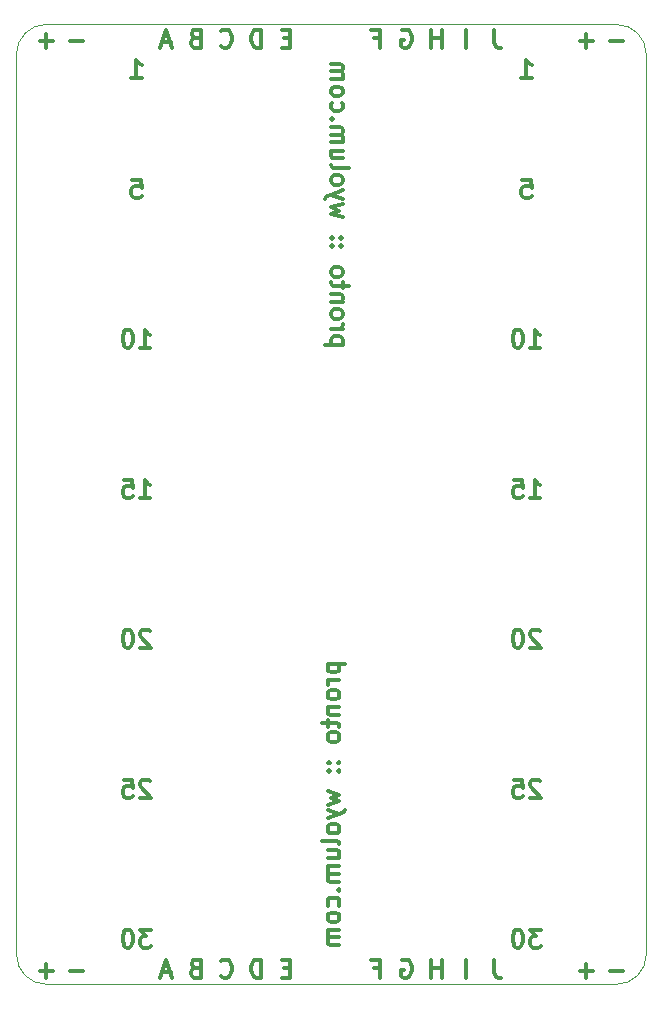
<source format=gbo>
G04 #@! TF.FileFunction,Legend,Bot*
%FSLAX46Y46*%
G04 Gerber Fmt 4.6, Leading zero omitted, Abs format (unit mm)*
G04 Created by KiCad (PCBNEW 0.201504151001+5600~22~ubuntu14.10.1-product) date Thu Apr 16 18:00:28 2015*
%MOMM*%
G01*
G04 APERTURE LIST*
%ADD10C,0.100000*%
%ADD11C,0.304800*%
%ADD12C,0.300000*%
%ADD13C,2.032000*%
G04 APERTURE END LIST*
D10*
D11*
X104502857Y-40894000D02*
X103777143Y-40894000D01*
X104648000Y-41329429D02*
X104140000Y-39805429D01*
X103632000Y-41329429D01*
X106571143Y-40531143D02*
X106353429Y-40603714D01*
X106280857Y-40676286D01*
X106208286Y-40821429D01*
X106208286Y-41039143D01*
X106280857Y-41184286D01*
X106353429Y-41256857D01*
X106498571Y-41329429D01*
X107079143Y-41329429D01*
X107079143Y-39805429D01*
X106571143Y-39805429D01*
X106426000Y-39878000D01*
X106353429Y-39950571D01*
X106280857Y-40095714D01*
X106280857Y-40240857D01*
X106353429Y-40386000D01*
X106426000Y-40458571D01*
X106571143Y-40531143D01*
X107079143Y-40531143D01*
X108748286Y-41184286D02*
X108820857Y-41256857D01*
X109038571Y-41329429D01*
X109183714Y-41329429D01*
X109401429Y-41256857D01*
X109546571Y-41111714D01*
X109619143Y-40966571D01*
X109691714Y-40676286D01*
X109691714Y-40458571D01*
X109619143Y-40168286D01*
X109546571Y-40023143D01*
X109401429Y-39878000D01*
X109183714Y-39805429D01*
X109038571Y-39805429D01*
X108820857Y-39878000D01*
X108748286Y-39950571D01*
X112159143Y-41329429D02*
X112159143Y-39805429D01*
X111796286Y-39805429D01*
X111578571Y-39878000D01*
X111433429Y-40023143D01*
X111360857Y-40168286D01*
X111288286Y-40458571D01*
X111288286Y-40676286D01*
X111360857Y-40966571D01*
X111433429Y-41111714D01*
X111578571Y-41256857D01*
X111796286Y-41329429D01*
X112159143Y-41329429D01*
X114626571Y-40531143D02*
X114118571Y-40531143D01*
X113900857Y-41329429D02*
X114626571Y-41329429D01*
X114626571Y-39805429D01*
X113900857Y-39805429D01*
X121702286Y-40531143D02*
X122210286Y-40531143D01*
X122210286Y-41329429D02*
X122210286Y-39805429D01*
X121484572Y-39805429D01*
X124060857Y-39878000D02*
X124206000Y-39805429D01*
X124423714Y-39805429D01*
X124641429Y-39878000D01*
X124786571Y-40023143D01*
X124859143Y-40168286D01*
X124931714Y-40458571D01*
X124931714Y-40676286D01*
X124859143Y-40966571D01*
X124786571Y-41111714D01*
X124641429Y-41256857D01*
X124423714Y-41329429D01*
X124278571Y-41329429D01*
X124060857Y-41256857D01*
X123988286Y-41184286D01*
X123988286Y-40676286D01*
X124278571Y-40676286D01*
X127435428Y-41329429D02*
X127435428Y-39805429D01*
X127435428Y-40531143D02*
X126564571Y-40531143D01*
X126564571Y-41329429D02*
X126564571Y-39805429D01*
X129540000Y-41329429D02*
X129540000Y-39805429D01*
X131862285Y-39805429D02*
X131862285Y-40894000D01*
X131934857Y-41111714D01*
X132080000Y-41256857D01*
X132297714Y-41329429D01*
X132442857Y-41329429D01*
X140280571Y-40748857D02*
X139119428Y-40748857D01*
X139699999Y-41329429D02*
X139699999Y-40168286D01*
X142820571Y-40748857D02*
X141659428Y-40748857D01*
X97100571Y-40748857D02*
X95939428Y-40748857D01*
X94560571Y-40748857D02*
X93399428Y-40748857D01*
X93979999Y-41329429D02*
X93979999Y-40168286D01*
X94560571Y-119488857D02*
X93399428Y-119488857D01*
X93979999Y-120069429D02*
X93979999Y-118908286D01*
X97100571Y-119488857D02*
X95939428Y-119488857D01*
X142820571Y-119488857D02*
X141659428Y-119488857D01*
X140280571Y-119488857D02*
X139119428Y-119488857D01*
X139699999Y-120069429D02*
X139699999Y-118908286D01*
X131862285Y-118545429D02*
X131862285Y-119634000D01*
X131934857Y-119851714D01*
X132080000Y-119996857D01*
X132297714Y-120069429D01*
X132442857Y-120069429D01*
X129540000Y-120069429D02*
X129540000Y-118545429D01*
X127435428Y-120069429D02*
X127435428Y-118545429D01*
X127435428Y-119271143D02*
X126564571Y-119271143D01*
X126564571Y-120069429D02*
X126564571Y-118545429D01*
X124060857Y-118618000D02*
X124206000Y-118545429D01*
X124423714Y-118545429D01*
X124641429Y-118618000D01*
X124786571Y-118763143D01*
X124859143Y-118908286D01*
X124931714Y-119198571D01*
X124931714Y-119416286D01*
X124859143Y-119706571D01*
X124786571Y-119851714D01*
X124641429Y-119996857D01*
X124423714Y-120069429D01*
X124278571Y-120069429D01*
X124060857Y-119996857D01*
X123988286Y-119924286D01*
X123988286Y-119416286D01*
X124278571Y-119416286D01*
X121702286Y-119271143D02*
X122210286Y-119271143D01*
X122210286Y-120069429D02*
X122210286Y-118545429D01*
X121484572Y-118545429D01*
X114626571Y-119271143D02*
X114118571Y-119271143D01*
X113900857Y-120069429D02*
X114626571Y-120069429D01*
X114626571Y-118545429D01*
X113900857Y-118545429D01*
X112159143Y-120069429D02*
X112159143Y-118545429D01*
X111796286Y-118545429D01*
X111578571Y-118618000D01*
X111433429Y-118763143D01*
X111360857Y-118908286D01*
X111288286Y-119198571D01*
X111288286Y-119416286D01*
X111360857Y-119706571D01*
X111433429Y-119851714D01*
X111578571Y-119996857D01*
X111796286Y-120069429D01*
X112159143Y-120069429D01*
X108748286Y-119924286D02*
X108820857Y-119996857D01*
X109038571Y-120069429D01*
X109183714Y-120069429D01*
X109401429Y-119996857D01*
X109546571Y-119851714D01*
X109619143Y-119706571D01*
X109691714Y-119416286D01*
X109691714Y-119198571D01*
X109619143Y-118908286D01*
X109546571Y-118763143D01*
X109401429Y-118618000D01*
X109183714Y-118545429D01*
X109038571Y-118545429D01*
X108820857Y-118618000D01*
X108748286Y-118690571D01*
X106571143Y-119271143D02*
X106353429Y-119343714D01*
X106280857Y-119416286D01*
X106208286Y-119561429D01*
X106208286Y-119779143D01*
X106280857Y-119924286D01*
X106353429Y-119996857D01*
X106498571Y-120069429D01*
X107079143Y-120069429D01*
X107079143Y-118545429D01*
X106571143Y-118545429D01*
X106426000Y-118618000D01*
X106353429Y-118690571D01*
X106280857Y-118835714D01*
X106280857Y-118980857D01*
X106353429Y-119126000D01*
X106426000Y-119198571D01*
X106571143Y-119271143D01*
X107079143Y-119271143D01*
X104502857Y-119634000D02*
X103777143Y-119634000D01*
X104648000Y-120069429D02*
X104140000Y-118545429D01*
X103632000Y-120069429D01*
X102833715Y-116005429D02*
X101890286Y-116005429D01*
X102398286Y-116586000D01*
X102180572Y-116586000D01*
X102035429Y-116658571D01*
X101962858Y-116731143D01*
X101890286Y-116876286D01*
X101890286Y-117239143D01*
X101962858Y-117384286D01*
X102035429Y-117456857D01*
X102180572Y-117529429D01*
X102616000Y-117529429D01*
X102761143Y-117456857D01*
X102833715Y-117384286D01*
X100946857Y-116005429D02*
X100801714Y-116005429D01*
X100656571Y-116078000D01*
X100584000Y-116150571D01*
X100511429Y-116295714D01*
X100438857Y-116586000D01*
X100438857Y-116948857D01*
X100511429Y-117239143D01*
X100584000Y-117384286D01*
X100656571Y-117456857D01*
X100801714Y-117529429D01*
X100946857Y-117529429D01*
X101092000Y-117456857D01*
X101164571Y-117384286D01*
X101237143Y-117239143D01*
X101309714Y-116948857D01*
X101309714Y-116586000D01*
X101237143Y-116295714D01*
X101164571Y-116150571D01*
X101092000Y-116078000D01*
X100946857Y-116005429D01*
X102761143Y-103450571D02*
X102688572Y-103378000D01*
X102543429Y-103305429D01*
X102180572Y-103305429D01*
X102035429Y-103378000D01*
X101962858Y-103450571D01*
X101890286Y-103595714D01*
X101890286Y-103740857D01*
X101962858Y-103958571D01*
X102833715Y-104829429D01*
X101890286Y-104829429D01*
X100511429Y-103305429D02*
X101237143Y-103305429D01*
X101309714Y-104031143D01*
X101237143Y-103958571D01*
X101092000Y-103886000D01*
X100729143Y-103886000D01*
X100584000Y-103958571D01*
X100511429Y-104031143D01*
X100438857Y-104176286D01*
X100438857Y-104539143D01*
X100511429Y-104684286D01*
X100584000Y-104756857D01*
X100729143Y-104829429D01*
X101092000Y-104829429D01*
X101237143Y-104756857D01*
X101309714Y-104684286D01*
X134184571Y-43869429D02*
X135055428Y-43869429D01*
X134620000Y-43869429D02*
X134620000Y-42345429D01*
X134765143Y-42563143D01*
X134910285Y-42708286D01*
X135055428Y-42780857D01*
X134257143Y-52505429D02*
X134982857Y-52505429D01*
X135055428Y-53231143D01*
X134982857Y-53158571D01*
X134837714Y-53086000D01*
X134474857Y-53086000D01*
X134329714Y-53158571D01*
X134257143Y-53231143D01*
X134184571Y-53376286D01*
X134184571Y-53739143D01*
X134257143Y-53884286D01*
X134329714Y-53956857D01*
X134474857Y-54029429D01*
X134837714Y-54029429D01*
X134982857Y-53956857D01*
X135055428Y-53884286D01*
X134910286Y-66729429D02*
X135781143Y-66729429D01*
X135345715Y-66729429D02*
X135345715Y-65205429D01*
X135490858Y-65423143D01*
X135636000Y-65568286D01*
X135781143Y-65640857D01*
X133966857Y-65205429D02*
X133821714Y-65205429D01*
X133676571Y-65278000D01*
X133604000Y-65350571D01*
X133531429Y-65495714D01*
X133458857Y-65786000D01*
X133458857Y-66148857D01*
X133531429Y-66439143D01*
X133604000Y-66584286D01*
X133676571Y-66656857D01*
X133821714Y-66729429D01*
X133966857Y-66729429D01*
X134112000Y-66656857D01*
X134184571Y-66584286D01*
X134257143Y-66439143D01*
X134329714Y-66148857D01*
X134329714Y-65786000D01*
X134257143Y-65495714D01*
X134184571Y-65350571D01*
X134112000Y-65278000D01*
X133966857Y-65205429D01*
X134910286Y-79429429D02*
X135781143Y-79429429D01*
X135345715Y-79429429D02*
X135345715Y-77905429D01*
X135490858Y-78123143D01*
X135636000Y-78268286D01*
X135781143Y-78340857D01*
X133531429Y-77905429D02*
X134257143Y-77905429D01*
X134329714Y-78631143D01*
X134257143Y-78558571D01*
X134112000Y-78486000D01*
X133749143Y-78486000D01*
X133604000Y-78558571D01*
X133531429Y-78631143D01*
X133458857Y-78776286D01*
X133458857Y-79139143D01*
X133531429Y-79284286D01*
X133604000Y-79356857D01*
X133749143Y-79429429D01*
X134112000Y-79429429D01*
X134257143Y-79356857D01*
X134329714Y-79284286D01*
X135781143Y-90750571D02*
X135708572Y-90678000D01*
X135563429Y-90605429D01*
X135200572Y-90605429D01*
X135055429Y-90678000D01*
X134982858Y-90750571D01*
X134910286Y-90895714D01*
X134910286Y-91040857D01*
X134982858Y-91258571D01*
X135853715Y-92129429D01*
X134910286Y-92129429D01*
X133966857Y-90605429D02*
X133821714Y-90605429D01*
X133676571Y-90678000D01*
X133604000Y-90750571D01*
X133531429Y-90895714D01*
X133458857Y-91186000D01*
X133458857Y-91548857D01*
X133531429Y-91839143D01*
X133604000Y-91984286D01*
X133676571Y-92056857D01*
X133821714Y-92129429D01*
X133966857Y-92129429D01*
X134112000Y-92056857D01*
X134184571Y-91984286D01*
X134257143Y-91839143D01*
X134329714Y-91548857D01*
X134329714Y-91186000D01*
X134257143Y-90895714D01*
X134184571Y-90750571D01*
X134112000Y-90678000D01*
X133966857Y-90605429D01*
X135781143Y-103450571D02*
X135708572Y-103378000D01*
X135563429Y-103305429D01*
X135200572Y-103305429D01*
X135055429Y-103378000D01*
X134982858Y-103450571D01*
X134910286Y-103595714D01*
X134910286Y-103740857D01*
X134982858Y-103958571D01*
X135853715Y-104829429D01*
X134910286Y-104829429D01*
X133531429Y-103305429D02*
X134257143Y-103305429D01*
X134329714Y-104031143D01*
X134257143Y-103958571D01*
X134112000Y-103886000D01*
X133749143Y-103886000D01*
X133604000Y-103958571D01*
X133531429Y-104031143D01*
X133458857Y-104176286D01*
X133458857Y-104539143D01*
X133531429Y-104684286D01*
X133604000Y-104756857D01*
X133749143Y-104829429D01*
X134112000Y-104829429D01*
X134257143Y-104756857D01*
X134329714Y-104684286D01*
X135853715Y-116005429D02*
X134910286Y-116005429D01*
X135418286Y-116586000D01*
X135200572Y-116586000D01*
X135055429Y-116658571D01*
X134982858Y-116731143D01*
X134910286Y-116876286D01*
X134910286Y-117239143D01*
X134982858Y-117384286D01*
X135055429Y-117456857D01*
X135200572Y-117529429D01*
X135636000Y-117529429D01*
X135781143Y-117456857D01*
X135853715Y-117384286D01*
X133966857Y-116005429D02*
X133821714Y-116005429D01*
X133676571Y-116078000D01*
X133604000Y-116150571D01*
X133531429Y-116295714D01*
X133458857Y-116586000D01*
X133458857Y-116948857D01*
X133531429Y-117239143D01*
X133604000Y-117384286D01*
X133676571Y-117456857D01*
X133821714Y-117529429D01*
X133966857Y-117529429D01*
X134112000Y-117456857D01*
X134184571Y-117384286D01*
X134257143Y-117239143D01*
X134329714Y-116948857D01*
X134329714Y-116586000D01*
X134257143Y-116295714D01*
X134184571Y-116150571D01*
X134112000Y-116078000D01*
X133966857Y-116005429D01*
X102761143Y-90750571D02*
X102688572Y-90678000D01*
X102543429Y-90605429D01*
X102180572Y-90605429D01*
X102035429Y-90678000D01*
X101962858Y-90750571D01*
X101890286Y-90895714D01*
X101890286Y-91040857D01*
X101962858Y-91258571D01*
X102833715Y-92129429D01*
X101890286Y-92129429D01*
X100946857Y-90605429D02*
X100801714Y-90605429D01*
X100656571Y-90678000D01*
X100584000Y-90750571D01*
X100511429Y-90895714D01*
X100438857Y-91186000D01*
X100438857Y-91548857D01*
X100511429Y-91839143D01*
X100584000Y-91984286D01*
X100656571Y-92056857D01*
X100801714Y-92129429D01*
X100946857Y-92129429D01*
X101092000Y-92056857D01*
X101164571Y-91984286D01*
X101237143Y-91839143D01*
X101309714Y-91548857D01*
X101309714Y-91186000D01*
X101237143Y-90895714D01*
X101164571Y-90750571D01*
X101092000Y-90678000D01*
X100946857Y-90605429D01*
X101890286Y-79429429D02*
X102761143Y-79429429D01*
X102325715Y-79429429D02*
X102325715Y-77905429D01*
X102470858Y-78123143D01*
X102616000Y-78268286D01*
X102761143Y-78340857D01*
X100511429Y-77905429D02*
X101237143Y-77905429D01*
X101309714Y-78631143D01*
X101237143Y-78558571D01*
X101092000Y-78486000D01*
X100729143Y-78486000D01*
X100584000Y-78558571D01*
X100511429Y-78631143D01*
X100438857Y-78776286D01*
X100438857Y-79139143D01*
X100511429Y-79284286D01*
X100584000Y-79356857D01*
X100729143Y-79429429D01*
X101092000Y-79429429D01*
X101237143Y-79356857D01*
X101309714Y-79284286D01*
X101890286Y-66729429D02*
X102761143Y-66729429D01*
X102325715Y-66729429D02*
X102325715Y-65205429D01*
X102470858Y-65423143D01*
X102616000Y-65568286D01*
X102761143Y-65640857D01*
X100946857Y-65205429D02*
X100801714Y-65205429D01*
X100656571Y-65278000D01*
X100584000Y-65350571D01*
X100511429Y-65495714D01*
X100438857Y-65786000D01*
X100438857Y-66148857D01*
X100511429Y-66439143D01*
X100584000Y-66584286D01*
X100656571Y-66656857D01*
X100801714Y-66729429D01*
X100946857Y-66729429D01*
X101092000Y-66656857D01*
X101164571Y-66584286D01*
X101237143Y-66439143D01*
X101309714Y-66148857D01*
X101309714Y-65786000D01*
X101237143Y-65495714D01*
X101164571Y-65350571D01*
X101092000Y-65278000D01*
X100946857Y-65205429D01*
X101237143Y-52505429D02*
X101962857Y-52505429D01*
X102035428Y-53231143D01*
X101962857Y-53158571D01*
X101817714Y-53086000D01*
X101454857Y-53086000D01*
X101309714Y-53158571D01*
X101237143Y-53231143D01*
X101164571Y-53376286D01*
X101164571Y-53739143D01*
X101237143Y-53884286D01*
X101309714Y-53956857D01*
X101454857Y-54029429D01*
X101817714Y-54029429D01*
X101962857Y-53956857D01*
X102035428Y-53884286D01*
X101164571Y-43869429D02*
X102035428Y-43869429D01*
X101600000Y-43869429D02*
X101600000Y-42345429D01*
X101745143Y-42563143D01*
X101890285Y-42708286D01*
X102035428Y-42780857D01*
D12*
X119066429Y-66502857D02*
X117566429Y-66502857D01*
X118995000Y-66502857D02*
X119066429Y-66360000D01*
X119066429Y-66074286D01*
X118995000Y-65931429D01*
X118923571Y-65860000D01*
X118780714Y-65788571D01*
X118352143Y-65788571D01*
X118209286Y-65860000D01*
X118137857Y-65931429D01*
X118066429Y-66074286D01*
X118066429Y-66360000D01*
X118137857Y-66502857D01*
X118066429Y-65145714D02*
X119066429Y-65145714D01*
X118780714Y-65145714D02*
X118923571Y-65074286D01*
X118995000Y-65002857D01*
X119066429Y-64860000D01*
X119066429Y-64717143D01*
X118066429Y-64002857D02*
X118137857Y-64145715D01*
X118209286Y-64217143D01*
X118352143Y-64288572D01*
X118780714Y-64288572D01*
X118923571Y-64217143D01*
X118995000Y-64145715D01*
X119066429Y-64002857D01*
X119066429Y-63788572D01*
X118995000Y-63645715D01*
X118923571Y-63574286D01*
X118780714Y-63502857D01*
X118352143Y-63502857D01*
X118209286Y-63574286D01*
X118137857Y-63645715D01*
X118066429Y-63788572D01*
X118066429Y-64002857D01*
X119066429Y-62860000D02*
X118066429Y-62860000D01*
X118923571Y-62860000D02*
X118995000Y-62788572D01*
X119066429Y-62645714D01*
X119066429Y-62431429D01*
X118995000Y-62288572D01*
X118852143Y-62217143D01*
X118066429Y-62217143D01*
X119066429Y-61717143D02*
X119066429Y-61145714D01*
X119566429Y-61502857D02*
X118280714Y-61502857D01*
X118137857Y-61431429D01*
X118066429Y-61288571D01*
X118066429Y-61145714D01*
X118066429Y-60431428D02*
X118137857Y-60574286D01*
X118209286Y-60645714D01*
X118352143Y-60717143D01*
X118780714Y-60717143D01*
X118923571Y-60645714D01*
X118995000Y-60574286D01*
X119066429Y-60431428D01*
X119066429Y-60217143D01*
X118995000Y-60074286D01*
X118923571Y-60002857D01*
X118780714Y-59931428D01*
X118352143Y-59931428D01*
X118209286Y-60002857D01*
X118137857Y-60074286D01*
X118066429Y-60217143D01*
X118066429Y-60431428D01*
X118209286Y-58145714D02*
X118137857Y-58074286D01*
X118066429Y-58145714D01*
X118137857Y-58217143D01*
X118209286Y-58145714D01*
X118066429Y-58145714D01*
X118995000Y-58145714D02*
X118923571Y-58074286D01*
X118852143Y-58145714D01*
X118923571Y-58217143D01*
X118995000Y-58145714D01*
X118852143Y-58145714D01*
X118209286Y-57431428D02*
X118137857Y-57360000D01*
X118066429Y-57431428D01*
X118137857Y-57502857D01*
X118209286Y-57431428D01*
X118066429Y-57431428D01*
X118995000Y-57431428D02*
X118923571Y-57360000D01*
X118852143Y-57431428D01*
X118923571Y-57502857D01*
X118995000Y-57431428D01*
X118852143Y-57431428D01*
X119066429Y-55717142D02*
X118066429Y-55431428D01*
X118780714Y-55145714D01*
X118066429Y-54859999D01*
X119066429Y-54574285D01*
X119066429Y-54145713D02*
X118066429Y-53788570D01*
X119066429Y-53431428D02*
X118066429Y-53788570D01*
X117709286Y-53931428D01*
X117637857Y-54002856D01*
X117566429Y-54145713D01*
X118066429Y-52645713D02*
X118137857Y-52788571D01*
X118209286Y-52859999D01*
X118352143Y-52931428D01*
X118780714Y-52931428D01*
X118923571Y-52859999D01*
X118995000Y-52788571D01*
X119066429Y-52645713D01*
X119066429Y-52431428D01*
X118995000Y-52288571D01*
X118923571Y-52217142D01*
X118780714Y-52145713D01*
X118352143Y-52145713D01*
X118209286Y-52217142D01*
X118137857Y-52288571D01*
X118066429Y-52431428D01*
X118066429Y-52645713D01*
X118066429Y-51288570D02*
X118137857Y-51431428D01*
X118280714Y-51502856D01*
X119566429Y-51502856D01*
X119066429Y-50074285D02*
X118066429Y-50074285D01*
X119066429Y-50717142D02*
X118280714Y-50717142D01*
X118137857Y-50645714D01*
X118066429Y-50502856D01*
X118066429Y-50288571D01*
X118137857Y-50145714D01*
X118209286Y-50074285D01*
X118066429Y-49359999D02*
X119066429Y-49359999D01*
X118923571Y-49359999D02*
X118995000Y-49288571D01*
X119066429Y-49145713D01*
X119066429Y-48931428D01*
X118995000Y-48788571D01*
X118852143Y-48717142D01*
X118066429Y-48717142D01*
X118852143Y-48717142D02*
X118995000Y-48645713D01*
X119066429Y-48502856D01*
X119066429Y-48288571D01*
X118995000Y-48145713D01*
X118852143Y-48074285D01*
X118066429Y-48074285D01*
X118209286Y-47359999D02*
X118137857Y-47288571D01*
X118066429Y-47359999D01*
X118137857Y-47431428D01*
X118209286Y-47359999D01*
X118066429Y-47359999D01*
X118137857Y-46002856D02*
X118066429Y-46145713D01*
X118066429Y-46431427D01*
X118137857Y-46574285D01*
X118209286Y-46645713D01*
X118352143Y-46717142D01*
X118780714Y-46717142D01*
X118923571Y-46645713D01*
X118995000Y-46574285D01*
X119066429Y-46431427D01*
X119066429Y-46145713D01*
X118995000Y-46002856D01*
X118066429Y-45145713D02*
X118137857Y-45288571D01*
X118209286Y-45359999D01*
X118352143Y-45431428D01*
X118780714Y-45431428D01*
X118923571Y-45359999D01*
X118995000Y-45288571D01*
X119066429Y-45145713D01*
X119066429Y-44931428D01*
X118995000Y-44788571D01*
X118923571Y-44717142D01*
X118780714Y-44645713D01*
X118352143Y-44645713D01*
X118209286Y-44717142D01*
X118137857Y-44788571D01*
X118066429Y-44931428D01*
X118066429Y-45145713D01*
X118066429Y-44002856D02*
X119066429Y-44002856D01*
X118923571Y-44002856D02*
X118995000Y-43931428D01*
X119066429Y-43788570D01*
X119066429Y-43574285D01*
X118995000Y-43431428D01*
X118852143Y-43359999D01*
X118066429Y-43359999D01*
X118852143Y-43359999D02*
X118995000Y-43288570D01*
X119066429Y-43145713D01*
X119066429Y-42931428D01*
X118995000Y-42788570D01*
X118852143Y-42717142D01*
X118066429Y-42717142D01*
X117788571Y-93517143D02*
X119288571Y-93517143D01*
X117860000Y-93517143D02*
X117788571Y-93660000D01*
X117788571Y-93945714D01*
X117860000Y-94088571D01*
X117931429Y-94160000D01*
X118074286Y-94231429D01*
X118502857Y-94231429D01*
X118645714Y-94160000D01*
X118717143Y-94088571D01*
X118788571Y-93945714D01*
X118788571Y-93660000D01*
X118717143Y-93517143D01*
X118788571Y-94874286D02*
X117788571Y-94874286D01*
X118074286Y-94874286D02*
X117931429Y-94945714D01*
X117860000Y-95017143D01*
X117788571Y-95160000D01*
X117788571Y-95302857D01*
X118788571Y-96017143D02*
X118717143Y-95874285D01*
X118645714Y-95802857D01*
X118502857Y-95731428D01*
X118074286Y-95731428D01*
X117931429Y-95802857D01*
X117860000Y-95874285D01*
X117788571Y-96017143D01*
X117788571Y-96231428D01*
X117860000Y-96374285D01*
X117931429Y-96445714D01*
X118074286Y-96517143D01*
X118502857Y-96517143D01*
X118645714Y-96445714D01*
X118717143Y-96374285D01*
X118788571Y-96231428D01*
X118788571Y-96017143D01*
X117788571Y-97160000D02*
X118788571Y-97160000D01*
X117931429Y-97160000D02*
X117860000Y-97231428D01*
X117788571Y-97374286D01*
X117788571Y-97588571D01*
X117860000Y-97731428D01*
X118002857Y-97802857D01*
X118788571Y-97802857D01*
X117788571Y-98302857D02*
X117788571Y-98874286D01*
X117288571Y-98517143D02*
X118574286Y-98517143D01*
X118717143Y-98588571D01*
X118788571Y-98731429D01*
X118788571Y-98874286D01*
X118788571Y-99588572D02*
X118717143Y-99445714D01*
X118645714Y-99374286D01*
X118502857Y-99302857D01*
X118074286Y-99302857D01*
X117931429Y-99374286D01*
X117860000Y-99445714D01*
X117788571Y-99588572D01*
X117788571Y-99802857D01*
X117860000Y-99945714D01*
X117931429Y-100017143D01*
X118074286Y-100088572D01*
X118502857Y-100088572D01*
X118645714Y-100017143D01*
X118717143Y-99945714D01*
X118788571Y-99802857D01*
X118788571Y-99588572D01*
X118645714Y-101874286D02*
X118717143Y-101945714D01*
X118788571Y-101874286D01*
X118717143Y-101802857D01*
X118645714Y-101874286D01*
X118788571Y-101874286D01*
X117860000Y-101874286D02*
X117931429Y-101945714D01*
X118002857Y-101874286D01*
X117931429Y-101802857D01*
X117860000Y-101874286D01*
X118002857Y-101874286D01*
X118645714Y-102588572D02*
X118717143Y-102660000D01*
X118788571Y-102588572D01*
X118717143Y-102517143D01*
X118645714Y-102588572D01*
X118788571Y-102588572D01*
X117860000Y-102588572D02*
X117931429Y-102660000D01*
X118002857Y-102588572D01*
X117931429Y-102517143D01*
X117860000Y-102588572D01*
X118002857Y-102588572D01*
X117788571Y-104302858D02*
X118788571Y-104588572D01*
X118074286Y-104874286D01*
X118788571Y-105160001D01*
X117788571Y-105445715D01*
X117788571Y-105874287D02*
X118788571Y-106231430D01*
X117788571Y-106588572D02*
X118788571Y-106231430D01*
X119145714Y-106088572D01*
X119217143Y-106017144D01*
X119288571Y-105874287D01*
X118788571Y-107374287D02*
X118717143Y-107231429D01*
X118645714Y-107160001D01*
X118502857Y-107088572D01*
X118074286Y-107088572D01*
X117931429Y-107160001D01*
X117860000Y-107231429D01*
X117788571Y-107374287D01*
X117788571Y-107588572D01*
X117860000Y-107731429D01*
X117931429Y-107802858D01*
X118074286Y-107874287D01*
X118502857Y-107874287D01*
X118645714Y-107802858D01*
X118717143Y-107731429D01*
X118788571Y-107588572D01*
X118788571Y-107374287D01*
X118788571Y-108731430D02*
X118717143Y-108588572D01*
X118574286Y-108517144D01*
X117288571Y-108517144D01*
X117788571Y-109945715D02*
X118788571Y-109945715D01*
X117788571Y-109302858D02*
X118574286Y-109302858D01*
X118717143Y-109374286D01*
X118788571Y-109517144D01*
X118788571Y-109731429D01*
X118717143Y-109874286D01*
X118645714Y-109945715D01*
X118788571Y-110660001D02*
X117788571Y-110660001D01*
X117931429Y-110660001D02*
X117860000Y-110731429D01*
X117788571Y-110874287D01*
X117788571Y-111088572D01*
X117860000Y-111231429D01*
X118002857Y-111302858D01*
X118788571Y-111302858D01*
X118002857Y-111302858D02*
X117860000Y-111374287D01*
X117788571Y-111517144D01*
X117788571Y-111731429D01*
X117860000Y-111874287D01*
X118002857Y-111945715D01*
X118788571Y-111945715D01*
X118645714Y-112660001D02*
X118717143Y-112731429D01*
X118788571Y-112660001D01*
X118717143Y-112588572D01*
X118645714Y-112660001D01*
X118788571Y-112660001D01*
X118717143Y-114017144D02*
X118788571Y-113874287D01*
X118788571Y-113588573D01*
X118717143Y-113445715D01*
X118645714Y-113374287D01*
X118502857Y-113302858D01*
X118074286Y-113302858D01*
X117931429Y-113374287D01*
X117860000Y-113445715D01*
X117788571Y-113588573D01*
X117788571Y-113874287D01*
X117860000Y-114017144D01*
X118788571Y-114874287D02*
X118717143Y-114731429D01*
X118645714Y-114660001D01*
X118502857Y-114588572D01*
X118074286Y-114588572D01*
X117931429Y-114660001D01*
X117860000Y-114731429D01*
X117788571Y-114874287D01*
X117788571Y-115088572D01*
X117860000Y-115231429D01*
X117931429Y-115302858D01*
X118074286Y-115374287D01*
X118502857Y-115374287D01*
X118645714Y-115302858D01*
X118717143Y-115231429D01*
X118788571Y-115088572D01*
X118788571Y-114874287D01*
X118788571Y-116017144D02*
X117788571Y-116017144D01*
X117931429Y-116017144D02*
X117860000Y-116088572D01*
X117788571Y-116231430D01*
X117788571Y-116445715D01*
X117860000Y-116588572D01*
X118002857Y-116660001D01*
X118788571Y-116660001D01*
X118002857Y-116660001D02*
X117860000Y-116731430D01*
X117788571Y-116874287D01*
X117788571Y-117088572D01*
X117860000Y-117231430D01*
X118002857Y-117302858D01*
X118788571Y-117302858D01*
D10*
X91440000Y-118110000D02*
G75*
G03X93980000Y-120650000I2540000J0D01*
G01*
X142240000Y-120650000D02*
G75*
G03X144780000Y-118110000I0J2540000D01*
G01*
X144780000Y-41910000D02*
G75*
G03X142240000Y-39370000I-2540000J0D01*
G01*
X93980000Y-39370000D02*
G75*
G03X91440000Y-41910000I0J-2540000D01*
G01*
X91440000Y-118110000D02*
X91440000Y-41910000D01*
X142240000Y-120650000D02*
X93980000Y-120650000D01*
X144780000Y-41910000D02*
X144780000Y-118110000D01*
X93980000Y-39370000D02*
X142240000Y-39370000D01*
%LPC*%
D13*
X121920000Y-111760000D03*
X124460000Y-111760000D03*
X127000000Y-111760000D03*
X132080000Y-111760000D03*
X129540000Y-111760000D03*
X121920000Y-114300000D03*
X124460000Y-114300000D03*
X127000000Y-114300000D03*
X132080000Y-114300000D03*
X129540000Y-114300000D03*
X129540000Y-116840000D03*
X132080000Y-116840000D03*
X127000000Y-116840000D03*
X124460000Y-116840000D03*
X121920000Y-116840000D03*
X129540000Y-99060000D03*
X132080000Y-99060000D03*
X127000000Y-99060000D03*
X124460000Y-99060000D03*
X121920000Y-99060000D03*
X121920000Y-109220000D03*
X124460000Y-109220000D03*
X127000000Y-109220000D03*
X132080000Y-109220000D03*
X129540000Y-109220000D03*
X129540000Y-106680000D03*
X132080000Y-106680000D03*
X127000000Y-106680000D03*
X124460000Y-106680000D03*
X121920000Y-106680000D03*
X121920000Y-101600000D03*
X124460000Y-101600000D03*
X127000000Y-101600000D03*
X132080000Y-101600000D03*
X129540000Y-101600000D03*
X129540000Y-104140000D03*
X132080000Y-104140000D03*
X127000000Y-104140000D03*
X124460000Y-104140000D03*
X121920000Y-104140000D03*
X121920000Y-91440000D03*
X124460000Y-91440000D03*
X127000000Y-91440000D03*
X132080000Y-91440000D03*
X129540000Y-91440000D03*
X129540000Y-88900000D03*
X132080000Y-88900000D03*
X127000000Y-88900000D03*
X124460000Y-88900000D03*
X121920000Y-88900000D03*
X121920000Y-93980000D03*
X124460000Y-93980000D03*
X127000000Y-93980000D03*
X132080000Y-93980000D03*
X129540000Y-93980000D03*
X129540000Y-96520000D03*
X132080000Y-96520000D03*
X127000000Y-96520000D03*
X124460000Y-96520000D03*
X121920000Y-96520000D03*
X121920000Y-86360000D03*
X124460000Y-86360000D03*
X127000000Y-86360000D03*
X132080000Y-86360000D03*
X129540000Y-86360000D03*
X129540000Y-83820000D03*
X132080000Y-83820000D03*
X127000000Y-83820000D03*
X124460000Y-83820000D03*
X121920000Y-83820000D03*
X121920000Y-66040000D03*
X124460000Y-66040000D03*
X127000000Y-66040000D03*
X132080000Y-66040000D03*
X129540000Y-66040000D03*
X129540000Y-63500000D03*
X132080000Y-63500000D03*
X127000000Y-63500000D03*
X124460000Y-63500000D03*
X121920000Y-63500000D03*
X121920000Y-68580000D03*
X124460000Y-68580000D03*
X127000000Y-68580000D03*
X132080000Y-68580000D03*
X129540000Y-68580000D03*
X129540000Y-71120000D03*
X132080000Y-71120000D03*
X127000000Y-71120000D03*
X124460000Y-71120000D03*
X121920000Y-71120000D03*
X121920000Y-81280000D03*
X124460000Y-81280000D03*
X127000000Y-81280000D03*
X132080000Y-81280000D03*
X129540000Y-81280000D03*
X129540000Y-78740000D03*
X132080000Y-78740000D03*
X127000000Y-78740000D03*
X124460000Y-78740000D03*
X121920000Y-78740000D03*
X121920000Y-73660000D03*
X124460000Y-73660000D03*
X127000000Y-73660000D03*
X132080000Y-73660000D03*
X129540000Y-73660000D03*
X129540000Y-76200000D03*
X132080000Y-76200000D03*
X127000000Y-76200000D03*
X124460000Y-76200000D03*
X121920000Y-76200000D03*
X121920000Y-55880000D03*
X124460000Y-55880000D03*
X127000000Y-55880000D03*
X132080000Y-55880000D03*
X129540000Y-55880000D03*
X129540000Y-53340000D03*
X132080000Y-53340000D03*
X127000000Y-53340000D03*
X124460000Y-53340000D03*
X121920000Y-53340000D03*
X121920000Y-58420000D03*
X124460000Y-58420000D03*
X127000000Y-58420000D03*
X132080000Y-58420000D03*
X129540000Y-58420000D03*
X129540000Y-60960000D03*
X132080000Y-60960000D03*
X127000000Y-60960000D03*
X124460000Y-60960000D03*
X121920000Y-60960000D03*
X121920000Y-50800000D03*
X124460000Y-50800000D03*
X127000000Y-50800000D03*
X132080000Y-50800000D03*
X129540000Y-50800000D03*
X129540000Y-48260000D03*
X132080000Y-48260000D03*
X127000000Y-48260000D03*
X124460000Y-48260000D03*
X121920000Y-48260000D03*
X121920000Y-43180000D03*
X124460000Y-43180000D03*
X127000000Y-43180000D03*
X132080000Y-43180000D03*
X129540000Y-43180000D03*
X129540000Y-45720000D03*
X132080000Y-45720000D03*
X127000000Y-45720000D03*
X124460000Y-45720000D03*
X121920000Y-45720000D03*
X114300000Y-83820000D03*
X111760000Y-83820000D03*
X109220000Y-83820000D03*
X104140000Y-83820000D03*
X106680000Y-83820000D03*
X106680000Y-86360000D03*
X104140000Y-86360000D03*
X109220000Y-86360000D03*
X111760000Y-86360000D03*
X114300000Y-86360000D03*
X114300000Y-91440000D03*
X111760000Y-91440000D03*
X109220000Y-91440000D03*
X104140000Y-91440000D03*
X106680000Y-91440000D03*
X106680000Y-88900000D03*
X104140000Y-88900000D03*
X109220000Y-88900000D03*
X111760000Y-88900000D03*
X114300000Y-88900000D03*
X114300000Y-99060000D03*
X111760000Y-99060000D03*
X109220000Y-99060000D03*
X104140000Y-99060000D03*
X106680000Y-99060000D03*
X106680000Y-101600000D03*
X104140000Y-101600000D03*
X109220000Y-101600000D03*
X111760000Y-101600000D03*
X114300000Y-101600000D03*
X114300000Y-96520000D03*
X111760000Y-96520000D03*
X109220000Y-96520000D03*
X104140000Y-96520000D03*
X106680000Y-96520000D03*
X106680000Y-93980000D03*
X104140000Y-93980000D03*
X109220000Y-93980000D03*
X111760000Y-93980000D03*
X114300000Y-93980000D03*
X114300000Y-114300000D03*
X111760000Y-114300000D03*
X109220000Y-114300000D03*
X104140000Y-114300000D03*
X106680000Y-114300000D03*
X106680000Y-116840000D03*
X104140000Y-116840000D03*
X109220000Y-116840000D03*
X111760000Y-116840000D03*
X114300000Y-116840000D03*
X114300000Y-109220000D03*
X111760000Y-109220000D03*
X109220000Y-109220000D03*
X104140000Y-109220000D03*
X106680000Y-109220000D03*
X106680000Y-111760000D03*
X104140000Y-111760000D03*
X109220000Y-111760000D03*
X111760000Y-111760000D03*
X114300000Y-111760000D03*
X114300000Y-106680000D03*
X111760000Y-106680000D03*
X109220000Y-106680000D03*
X104140000Y-106680000D03*
X106680000Y-106680000D03*
X106680000Y-104140000D03*
X104140000Y-104140000D03*
X109220000Y-104140000D03*
X111760000Y-104140000D03*
X114300000Y-104140000D03*
X114300000Y-63500000D03*
X111760000Y-63500000D03*
X109220000Y-63500000D03*
X104140000Y-63500000D03*
X106680000Y-63500000D03*
X106680000Y-66040000D03*
X104140000Y-66040000D03*
X109220000Y-66040000D03*
X111760000Y-66040000D03*
X114300000Y-66040000D03*
X114300000Y-71120000D03*
X111760000Y-71120000D03*
X109220000Y-71120000D03*
X104140000Y-71120000D03*
X106680000Y-71120000D03*
X106680000Y-68580000D03*
X104140000Y-68580000D03*
X109220000Y-68580000D03*
X111760000Y-68580000D03*
X114300000Y-68580000D03*
X114300000Y-78740000D03*
X111760000Y-78740000D03*
X109220000Y-78740000D03*
X104140000Y-78740000D03*
X106680000Y-78740000D03*
X106680000Y-81280000D03*
X104140000Y-81280000D03*
X109220000Y-81280000D03*
X111760000Y-81280000D03*
X114300000Y-81280000D03*
X114300000Y-76200000D03*
X111760000Y-76200000D03*
X109220000Y-76200000D03*
X104140000Y-76200000D03*
X106680000Y-76200000D03*
X106680000Y-73660000D03*
X104140000Y-73660000D03*
X109220000Y-73660000D03*
X111760000Y-73660000D03*
X114300000Y-73660000D03*
X114300000Y-53340000D03*
X111760000Y-53340000D03*
X109220000Y-53340000D03*
X104140000Y-53340000D03*
X106680000Y-53340000D03*
X106680000Y-55880000D03*
X104140000Y-55880000D03*
X109220000Y-55880000D03*
X111760000Y-55880000D03*
X114300000Y-55880000D03*
X114300000Y-60960000D03*
X111760000Y-60960000D03*
X109220000Y-60960000D03*
X104140000Y-60960000D03*
X106680000Y-60960000D03*
X106680000Y-58420000D03*
X104140000Y-58420000D03*
X109220000Y-58420000D03*
X111760000Y-58420000D03*
X114300000Y-58420000D03*
X114300000Y-48260000D03*
X111760000Y-48260000D03*
X109220000Y-48260000D03*
X104140000Y-48260000D03*
X106680000Y-48260000D03*
X106680000Y-50800000D03*
X104140000Y-50800000D03*
X109220000Y-50800000D03*
X111760000Y-50800000D03*
X114300000Y-50800000D03*
X114300000Y-45720000D03*
X111760000Y-45720000D03*
X109220000Y-45720000D03*
X104140000Y-45720000D03*
X106680000Y-45720000D03*
X106680000Y-43180000D03*
X104140000Y-43180000D03*
X109220000Y-43180000D03*
X111760000Y-43180000D03*
X114300000Y-43180000D03*
X93980000Y-115570000D03*
X96520000Y-115570000D03*
X96520000Y-113030000D03*
X93980000Y-113030000D03*
X93980000Y-107950000D03*
X96520000Y-107950000D03*
X96520000Y-110490000D03*
X93980000Y-110490000D03*
X93980000Y-100330000D03*
X96520000Y-100330000D03*
X96520000Y-97790000D03*
X93980000Y-97790000D03*
X96520000Y-105410000D03*
X93980000Y-105410000D03*
X93980000Y-85090000D03*
X96520000Y-85090000D03*
X96520000Y-82550000D03*
X93980000Y-82550000D03*
X93980000Y-77470000D03*
X96520000Y-77470000D03*
X96520000Y-80010000D03*
X93980000Y-80010000D03*
X93980000Y-90170000D03*
X96520000Y-90170000D03*
X93980000Y-92710000D03*
X96520000Y-92710000D03*
X96520000Y-95250000D03*
X93980000Y-95250000D03*
X93980000Y-54610000D03*
X96520000Y-54610000D03*
X96520000Y-52070000D03*
X93980000Y-52070000D03*
X93980000Y-46990000D03*
X96520000Y-46990000D03*
X96520000Y-49530000D03*
X93980000Y-49530000D03*
X96520000Y-44450000D03*
X93980000Y-44450000D03*
X93980000Y-64770000D03*
X96520000Y-64770000D03*
X96520000Y-62230000D03*
X93980000Y-62230000D03*
X96520000Y-59690000D03*
X93980000Y-59690000D03*
X93980000Y-69850000D03*
X96520000Y-69850000D03*
X96520000Y-67310000D03*
X93980000Y-67310000D03*
X96520000Y-74930000D03*
X93980000Y-74930000D03*
X142240000Y-74930000D03*
X139700000Y-74930000D03*
X142240000Y-67310000D03*
X139700000Y-67310000D03*
X139700000Y-69850000D03*
X142240000Y-69850000D03*
X142240000Y-59690000D03*
X139700000Y-59690000D03*
X142240000Y-62230000D03*
X139700000Y-62230000D03*
X139700000Y-64770000D03*
X142240000Y-64770000D03*
X142240000Y-44450000D03*
X139700000Y-44450000D03*
X142240000Y-49530000D03*
X139700000Y-49530000D03*
X139700000Y-46990000D03*
X142240000Y-46990000D03*
X142240000Y-52070000D03*
X139700000Y-52070000D03*
X139700000Y-54610000D03*
X142240000Y-54610000D03*
X142240000Y-95250000D03*
X139700000Y-95250000D03*
X139700000Y-92710000D03*
X142240000Y-92710000D03*
X139700000Y-90170000D03*
X142240000Y-90170000D03*
X142240000Y-80010000D03*
X139700000Y-80010000D03*
X139700000Y-77470000D03*
X142240000Y-77470000D03*
X142240000Y-82550000D03*
X139700000Y-82550000D03*
X139700000Y-85090000D03*
X142240000Y-85090000D03*
X142240000Y-105410000D03*
X139700000Y-105410000D03*
X142240000Y-97790000D03*
X139700000Y-97790000D03*
X139700000Y-100330000D03*
X142240000Y-100330000D03*
X142240000Y-110490000D03*
X139700000Y-110490000D03*
X139700000Y-107950000D03*
X142240000Y-107950000D03*
X142240000Y-113030000D03*
X139700000Y-113030000D03*
X139700000Y-115570000D03*
X142240000Y-115570000D03*
M02*

</source>
